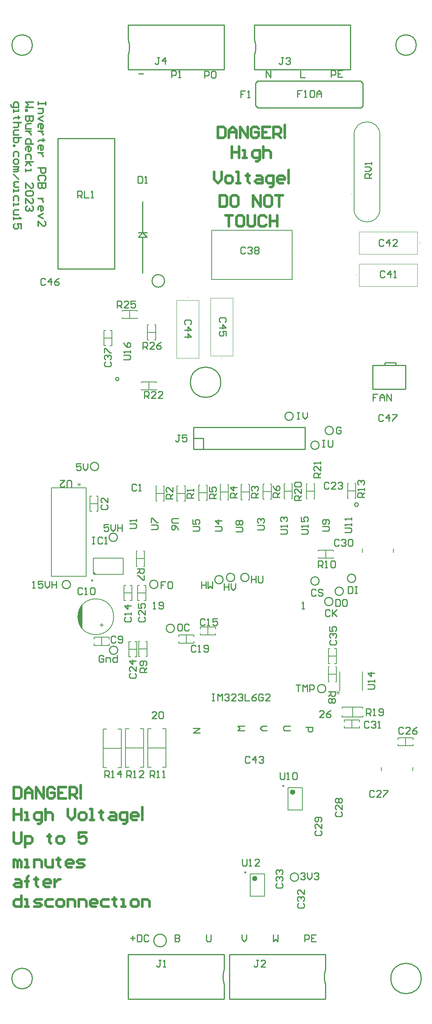
<source format=gto>
G04*
G04 #@! TF.GenerationSoftware,Altium Limited,Altium Designer,20.0.13 (296)*
G04*
G04 Layer_Color=65535*
%FSLAX44Y44*%
%MOMM*%
G71*
G01*
G75*
%ADD10C,0.2540*%
%ADD11C,0.1000*%
%ADD12C,0.2000*%
%ADD13C,0.6000*%
%ADD14C,0.2500*%
%ADD15C,0.1500*%
%ADD16C,0.1524*%
%ADD17C,0.3000*%
%ADD18C,0.0762*%
G36*
X64999Y795000D02*
X60000Y800000D01*
X55000Y815000D01*
X55000Y827499D01*
X57500Y835000D01*
X62500Y842500D01*
X65000Y847500D01*
X64999Y795000D01*
D02*
G37*
G36*
X90250Y916500D02*
X89500Y919500D01*
X91000D01*
X94000Y916500D01*
Y914500D01*
X90250Y916500D01*
D02*
G37*
G36*
X109018Y801907D02*
X112500D01*
Y800442D01*
X109018D01*
Y796960D01*
X107535D01*
Y800442D01*
X104053D01*
Y801907D01*
X107535D01*
Y805426D01*
X109018D01*
Y801907D01*
D02*
G37*
D10*
X253142Y95000D02*
G03*
X253142Y95000I-14142J0D01*
G01*
X249000Y1572000D02*
G03*
X249000Y1572000I-14000J0D01*
G01*
X595219Y1204000D02*
G03*
X595219Y1204000I-9219J0D01*
G01*
X537220Y1269000D02*
G03*
X537220Y1269000I-9219J0D01*
G01*
X549220Y237000D02*
G03*
X549220Y237000I-9219J0D01*
G01*
X101469Y1156500D02*
G03*
X101469Y1156500I-9219J0D01*
G01*
X38219Y892000D02*
G03*
X38219Y892000I-9219J0D01*
G01*
X143469Y997750D02*
G03*
X143469Y997750I-9219J0D01*
G01*
X627220Y1237000D02*
G03*
X627220Y1237000I-9219J0D01*
G01*
X438219Y908000D02*
G03*
X438219Y908000I-9219J0D01*
G01*
X406219D02*
G03*
X406219Y908000I-9219J0D01*
G01*
X380219Y903000D02*
G03*
X380219Y903000I-9219J0D01*
G01*
X610219Y659000D02*
G03*
X610219Y659000I-9219J0D01*
G01*
X144220Y745000D02*
G03*
X144220Y745000I-9219J0D01*
G01*
X271220Y794000D02*
G03*
X271220Y794000I-9219J0D01*
G01*
X234219Y892500D02*
G03*
X234219Y892500I-9219J0D01*
G01*
X683243Y1071000D02*
G03*
X683243Y1071000I-4243J0D01*
G01*
X146606Y1352000D02*
G03*
X146606Y1352000I-3606J0D01*
G01*
X824015Y10000D02*
G03*
X824015Y10000I-34015J0D01*
G01*
X813000Y2100000D02*
G03*
X813000Y2100000I-23000J0D01*
G01*
X-47000D02*
G03*
X-47000Y2100000I-23000J0D01*
G01*
Y10000D02*
G03*
X-47000Y10000I-23000J0D01*
G01*
X375015Y1345000D02*
G03*
X375015Y1345000I-34015J0D01*
G01*
X626220Y854000D02*
G03*
X626220Y854000I-9219J0D01*
G01*
X595219Y900000D02*
G03*
X595219Y900000I-9219J0D01*
G01*
X649594Y877000D02*
G03*
X649594Y877000I-9219J0D01*
G01*
X677219Y906000D02*
G03*
X677219Y906000I-9219J0D01*
G01*
X314100Y1219600D02*
X335600D01*
X336100Y1219100D01*
Y1195100D02*
Y1219100D01*
X314100Y1195100D02*
X564100D01*
Y1244100D01*
X314100D02*
X564100D01*
X314100Y1195100D02*
Y1244100D01*
X10000Y1891000D02*
X137000D01*
Y1599000D02*
Y1891000D01*
X10000Y1599000D02*
Y1891000D01*
Y1599000D02*
X137000D01*
X693000Y1964000D02*
Y2015000D01*
X688000Y2020000D02*
X693000Y2015000D01*
X453000Y2015000D02*
X458000Y2020000D01*
X453000Y1965000D02*
Y2015000D01*
Y1965000D02*
X458000Y1960000D01*
X689000D01*
X693000Y1964000D01*
X458000Y2020000D02*
X688000Y2020000D01*
X665500Y2092500D02*
Y2145000D01*
X450500D02*
X665500D01*
X453000Y2088750D02*
Y2101250D01*
X665500Y2045000D02*
Y2092500D01*
X450500Y2112500D02*
Y2145000D01*
Y2053750D02*
Y2066250D01*
Y2112500D02*
X453000Y2101250D01*
X450500Y2045000D02*
Y2053750D01*
Y2045000D02*
X665500D01*
X450500Y2077500D02*
X453000Y2088750D01*
X450500Y2066250D02*
Y2077500D01*
X382500Y2092500D02*
Y2145000D01*
X167500D02*
X382500D01*
X170000Y2088750D02*
Y2101250D01*
X382500Y2045000D02*
Y2092500D01*
X167500Y2112500D02*
Y2145000D01*
Y2053750D02*
Y2066250D01*
Y2112500D02*
X170000Y2101250D01*
X167500Y2045000D02*
Y2053750D01*
Y2045000D02*
X382500D01*
X167500Y2077500D02*
X170000Y2088750D01*
X167500Y2066250D02*
Y2077500D01*
X382500Y31500D02*
Y42750D01*
X380000Y20250D02*
X382500Y31500D01*
X167500Y64000D02*
X382500D01*
Y55250D02*
Y64000D01*
X380000Y7750D02*
X382500Y-3500D01*
Y42750D02*
Y55250D01*
Y-36000D02*
Y-3500D01*
X167500Y16500D02*
Y64000D01*
X380000Y7750D02*
Y20250D01*
X167500Y-36000D02*
X382500D01*
X167500D02*
Y16500D01*
X609500Y31500D02*
Y42750D01*
X607000Y20250D02*
X609500Y31500D01*
X394500Y64000D02*
X609500D01*
Y55250D02*
Y64000D01*
X607000Y7750D02*
X609500Y-3500D01*
Y42750D02*
Y55250D01*
Y-36000D02*
Y-3500D01*
X394500Y16500D02*
Y64000D01*
X607000Y7750D02*
Y20250D01*
X394500Y-36000D02*
X609500D01*
X394500D02*
Y16500D01*
X715000Y1330000D02*
Y1383000D01*
Y1330000D02*
X788000D01*
X789000Y1331000D01*
X715000Y1383000D02*
X789000D01*
Y1331000D02*
Y1383000D01*
X767000D02*
Y1388000D01*
X766000Y1389000D02*
X767000Y1388000D01*
X743000Y1389000D02*
X766000D01*
X742000Y1388000D02*
X743000Y1389000D01*
X742000Y1383000D02*
Y1388000D01*
X200000Y1590000D02*
Y1670000D01*
X210000D01*
X200000Y1680000D02*
X210000Y1670000D01*
X200000Y1680000D02*
X200000D01*
X190000Y1670000D02*
X200000Y1680000D01*
X190000Y1670000D02*
X200000D01*
X190000Y1680000D02*
X210000D01*
X200000D02*
Y1750000D01*
X283461Y1227617D02*
X278382D01*
X280922D01*
Y1214922D01*
X278382Y1212383D01*
X275843D01*
X273304Y1214922D01*
X298696Y1227617D02*
X288539D01*
Y1220000D01*
X293617Y1222539D01*
X296157D01*
X298696Y1220000D01*
Y1214922D01*
X296157Y1212383D01*
X291078D01*
X288539Y1214922D01*
X738843Y1270078D02*
X736304Y1272617D01*
X731226D01*
X728687Y1270078D01*
Y1259922D01*
X731226Y1257383D01*
X736304D01*
X738843Y1259922D01*
X751539Y1257383D02*
Y1272617D01*
X743922Y1265000D01*
X754078D01*
X759157Y1272617D02*
X769313D01*
Y1270078D01*
X759157Y1259922D01*
Y1257383D01*
X-18157Y1575078D02*
X-20696Y1577617D01*
X-25774D01*
X-28313Y1575078D01*
Y1564922D01*
X-25774Y1562383D01*
X-20696D01*
X-18157Y1564922D01*
X-5461Y1562383D02*
Y1577617D01*
X-13078Y1570000D01*
X-2922D01*
X12313Y1577617D02*
X7235Y1575078D01*
X2157Y1570000D01*
Y1564922D01*
X4696Y1562383D01*
X9774D01*
X12313Y1564922D01*
Y1567461D01*
X9774Y1570000D01*
X2157D01*
X562540Y92540D02*
Y107775D01*
X570158D01*
X572697Y105236D01*
Y100157D01*
X570158Y97618D01*
X562540D01*
X587932Y107775D02*
X577775D01*
Y92540D01*
X587932D01*
X577775Y100157D02*
X582853D01*
X492540Y107775D02*
Y92540D01*
X497618Y97618D01*
X502697Y92540D01*
Y107775D01*
X422540D02*
Y97618D01*
X427618Y92540D01*
X432697Y97618D01*
Y107775D01*
X342540D02*
Y95079D01*
X345079Y92540D01*
X350158D01*
X352697Y95079D01*
Y107775D01*
X272540D02*
Y92540D01*
X280158D01*
X282697Y95079D01*
Y97618D01*
X280158Y100157D01*
X272540D01*
X280158D01*
X282697Y102697D01*
Y105236D01*
X280158Y107775D01*
X272540D01*
X172540Y100157D02*
X182697D01*
X177618Y105236D02*
Y95079D01*
X187775Y107775D02*
Y92540D01*
X195393D01*
X197932Y95079D01*
Y105236D01*
X195393Y107775D01*
X187775D01*
X213167Y105236D02*
X210628Y107775D01*
X205549D01*
X203010Y105236D01*
Y95079D01*
X205549Y92540D01*
X210628D01*
X213167Y95079D01*
X622540Y2028540D02*
Y2043775D01*
X630158D01*
X632697Y2041236D01*
Y2036158D01*
X630158Y2033618D01*
X622540D01*
X647932Y2043775D02*
X637775D01*
Y2028540D01*
X647932D01*
X637775Y2036158D02*
X642853D01*
X553540Y2042775D02*
Y2027540D01*
X563697D01*
X476540D02*
Y2042775D01*
X486697Y2027540D01*
Y2042775D01*
X338540Y2026540D02*
Y2041775D01*
X346157D01*
X348697Y2039236D01*
Y2034158D01*
X346157Y2031618D01*
X338540D01*
X353775Y2039236D02*
X356314Y2041775D01*
X361393D01*
X363932Y2039236D01*
Y2029079D01*
X361393Y2026540D01*
X356314D01*
X353775Y2029079D01*
Y2039236D01*
X264540Y2027540D02*
Y2042775D01*
X272157D01*
X274697Y2040236D01*
Y2035157D01*
X272157Y2032618D01*
X264540D01*
X279775Y2027540D02*
X284853D01*
X282314D01*
Y2042775D01*
X279775Y2040236D01*
X191540Y2035540D02*
X201697D01*
X556697Y1998775D02*
X546540D01*
Y1991158D01*
X551618D01*
X546540D01*
Y1983540D01*
X561775D02*
X566853D01*
X564314D01*
Y1998775D01*
X561775Y1996236D01*
X574471D02*
X577010Y1998775D01*
X582089D01*
X584628Y1996236D01*
Y1986079D01*
X582089Y1983540D01*
X577010D01*
X574471Y1986079D01*
Y1996236D01*
X589706Y1983540D02*
Y1993697D01*
X594784Y1998775D01*
X599863Y1993697D01*
Y1983540D01*
Y1991158D01*
X589706D01*
X313040Y569960D02*
X328275D01*
X313040Y559803D01*
X328275D01*
X428275Y574960D02*
X413040D01*
X418118Y569882D01*
X413040Y564803D01*
X428275D01*
X478275Y574960D02*
X468118D01*
X463040Y569882D01*
X468118Y564803D01*
X478275D01*
X530775Y574960D02*
X518079D01*
X515540Y572421D01*
Y567342D01*
X518079Y564803D01*
X530775D01*
X565540Y572460D02*
X580775D01*
Y564842D01*
X578236Y562303D01*
X573158D01*
X570618Y564842D01*
Y572460D01*
X605697Y595040D02*
X595540D01*
X605697Y605197D01*
Y607736D01*
X603158Y610275D01*
X598079D01*
X595540Y607736D01*
X620932Y610275D02*
X615853Y607736D01*
X610775Y602658D01*
Y597579D01*
X613314Y595040D01*
X618392D01*
X620932Y597579D01*
Y600118D01*
X618392Y602658D01*
X610775D01*
X230697Y592540D02*
X220540D01*
X230697Y602697D01*
Y605236D01*
X228158Y607775D01*
X223079D01*
X220540Y605236D01*
X235775D02*
X238314Y607775D01*
X243393D01*
X245932Y605236D01*
Y595079D01*
X243393Y592540D01*
X238314D01*
X235775Y595079D01*
Y605236D01*
X223540Y837540D02*
X228618D01*
X226079D01*
Y852775D01*
X223540Y850236D01*
X236236Y840079D02*
X238775Y837540D01*
X243853D01*
X246393Y840079D01*
Y850236D01*
X243853Y852775D01*
X238775D01*
X236236Y850236D01*
Y847697D01*
X238775Y845157D01*
X246393D01*
X557040Y837540D02*
X562118D01*
X559579D01*
Y852775D01*
X557040Y850236D01*
X616382Y652696D02*
X631618D01*
Y645078D01*
X629078Y642539D01*
X624000D01*
X621461Y645078D01*
Y652696D01*
Y647617D02*
X616382Y642539D01*
X629078Y637461D02*
X631618Y634922D01*
Y629843D01*
X629078Y627304D01*
X626539D01*
X624000Y629843D01*
X621461Y627304D01*
X618922D01*
X616382Y629843D01*
Y634922D01*
X618922Y637461D01*
X621461D01*
X624000Y634922D01*
X626539Y637461D01*
X629078D01*
X624000Y634922D02*
Y629843D01*
X726537Y1318761D02*
X716380D01*
Y1311143D01*
X721458D01*
X716380D01*
Y1303526D01*
X731615D02*
Y1313683D01*
X736693Y1318761D01*
X741772Y1313683D01*
Y1303526D01*
Y1311143D01*
X731615D01*
X746850Y1303526D02*
Y1318761D01*
X757007Y1303526D01*
Y1318761D01*
X116922Y1390843D02*
X114382Y1388304D01*
Y1383226D01*
X116922Y1380687D01*
X127078D01*
X129618Y1383226D01*
Y1388304D01*
X127078Y1390843D01*
X116922Y1395922D02*
X114382Y1398461D01*
Y1403539D01*
X116922Y1406078D01*
X119461D01*
X122000Y1403539D01*
Y1401000D01*
Y1403539D01*
X124539Y1406078D01*
X127078D01*
X129618Y1403539D01*
Y1398461D01*
X127078Y1395922D01*
X114382Y1411157D02*
Y1421313D01*
X116922D01*
X127078Y1411157D01*
X129618D01*
X639845Y991086D02*
X637305Y993625D01*
X632227D01*
X629688Y991086D01*
Y980929D01*
X632227Y978390D01*
X637305D01*
X639845Y980929D01*
X644923Y991086D02*
X647462Y993625D01*
X652541D01*
X655080Y991086D01*
Y988547D01*
X652541Y986008D01*
X650001D01*
X652541D01*
X655080Y983468D01*
Y980929D01*
X652541Y978390D01*
X647462D01*
X644923Y980929D01*
X660158Y991086D02*
X662697Y993625D01*
X667776D01*
X670315Y991086D01*
Y980929D01*
X667776Y978390D01*
X662697D01*
X660158Y980929D01*
Y991086D01*
X192922Y818843D02*
X190382Y816304D01*
Y811226D01*
X192922Y808687D01*
X203078D01*
X205618Y811226D01*
Y816304D01*
X203078Y818843D01*
X205618Y834078D02*
Y823922D01*
X195461Y834078D01*
X192922D01*
X190382Y831539D01*
Y826461D01*
X192922Y823922D01*
X190382Y849313D02*
Y839157D01*
X198000D01*
X195461Y844235D01*
Y846774D01*
X198000Y849313D01*
X203078D01*
X205618Y846774D01*
Y841696D01*
X203078Y839157D01*
X616843Y1119078D02*
X614304Y1121618D01*
X609226D01*
X606687Y1119078D01*
Y1108922D01*
X609226Y1106383D01*
X614304D01*
X616843Y1108922D01*
X632078Y1106383D02*
X621922D01*
X632078Y1116539D01*
Y1119078D01*
X629539Y1121618D01*
X624461D01*
X621922Y1119078D01*
X637157D02*
X639696Y1121618D01*
X644774D01*
X647313Y1119078D01*
Y1116539D01*
X644774Y1114000D01*
X642235D01*
X644774D01*
X647313Y1111461D01*
Y1108922D01*
X644774Y1106383D01*
X639696D01*
X637157Y1108922D01*
X319113Y754078D02*
X316574Y756618D01*
X311495D01*
X308956Y754078D01*
Y743922D01*
X311495Y741383D01*
X316574D01*
X319113Y743922D01*
X324191Y741383D02*
X329270D01*
X326730D01*
Y756618D01*
X324191Y754078D01*
X336887Y743922D02*
X339426Y741383D01*
X344505D01*
X347044Y743922D01*
Y754078D01*
X344505Y756618D01*
X339426D01*
X336887Y754078D01*
Y751539D01*
X339426Y749000D01*
X347044D01*
X339113Y813078D02*
X336574Y815618D01*
X331495D01*
X328956Y813078D01*
Y802922D01*
X331495Y800383D01*
X336574D01*
X339113Y802922D01*
X344191Y800383D02*
X349270D01*
X346730D01*
Y815618D01*
X344191Y813078D01*
X367044Y815618D02*
X356887D01*
Y808000D01*
X361965Y810539D01*
X364505D01*
X367044Y808000D01*
Y802922D01*
X364505Y800383D01*
X359426D01*
X356887Y802922D01*
X161922Y819113D02*
X159382Y816574D01*
Y811495D01*
X161922Y808956D01*
X172078D01*
X174618Y811495D01*
Y816574D01*
X172078Y819113D01*
X174618Y824191D02*
Y829270D01*
Y826730D01*
X159382D01*
X161922Y824191D01*
X174618Y844505D02*
X159382D01*
X167000Y836887D01*
Y847044D01*
X186043Y1114978D02*
X183504Y1117517D01*
X178425D01*
X175886Y1114978D01*
Y1104821D01*
X178425Y1102282D01*
X183504D01*
X186043Y1104821D01*
X191121Y1102282D02*
X196199D01*
X193660D01*
Y1117517D01*
X191121Y1114978D01*
X157382Y1395956D02*
X170078D01*
X172617Y1398495D01*
Y1403574D01*
X170078Y1406113D01*
X157382D01*
X172617Y1411191D02*
Y1416270D01*
Y1413730D01*
X157382D01*
X159922Y1411191D01*
X157382Y1434044D02*
X159922Y1428965D01*
X165000Y1423887D01*
X170078D01*
X172617Y1426426D01*
Y1431505D01*
X170078Y1434044D01*
X167539D01*
X165000Y1431505D01*
Y1423887D01*
X555394Y1005457D02*
X568090D01*
X570629Y1007996D01*
Y1013075D01*
X568090Y1015614D01*
X555394D01*
X570629Y1020692D02*
Y1025770D01*
Y1023231D01*
X555394D01*
X557933Y1020692D01*
X555394Y1043545D02*
Y1033388D01*
X563011D01*
X560472Y1038466D01*
Y1041005D01*
X563011Y1043545D01*
X568090D01*
X570629Y1041005D01*
Y1035927D01*
X568090Y1033388D01*
X704382Y657956D02*
X717078D01*
X719617Y660495D01*
Y665574D01*
X717078Y668113D01*
X704382D01*
X719617Y673191D02*
Y678270D01*
Y675730D01*
X704382D01*
X706922Y673191D01*
X719617Y693505D02*
X704382D01*
X712000Y685887D01*
Y696044D01*
X509099Y1005719D02*
X521795D01*
X524334Y1008258D01*
Y1013336D01*
X521795Y1015875D01*
X509099D01*
X524334Y1020954D02*
Y1026032D01*
Y1023493D01*
X509099D01*
X511638Y1020954D01*
Y1033650D02*
X509099Y1036189D01*
Y1041267D01*
X511638Y1043806D01*
X514178D01*
X516717Y1041267D01*
Y1038728D01*
Y1041267D01*
X519256Y1043806D01*
X521795D01*
X524334Y1041267D01*
Y1036189D01*
X521795Y1033650D01*
X423091Y277542D02*
Y264846D01*
X425630Y262307D01*
X430709D01*
X433248Y264846D01*
Y277542D01*
X438326Y262307D02*
X443404D01*
X440865D01*
Y277542D01*
X438326Y275003D01*
X461179Y262307D02*
X451022D01*
X461179Y272464D01*
Y275003D01*
X458639Y277542D01*
X453561D01*
X451022Y275003D01*
X652382Y1008495D02*
X665078D01*
X667617Y1011034D01*
Y1016113D01*
X665078Y1018652D01*
X652382D01*
X667617Y1023730D02*
Y1028809D01*
Y1026270D01*
X652382D01*
X654922Y1023730D01*
X667617Y1036426D02*
Y1041505D01*
Y1038966D01*
X652382D01*
X654922Y1036426D01*
X508091Y470970D02*
Y458274D01*
X510630Y455734D01*
X515709D01*
X518248Y458274D01*
Y470970D01*
X523326Y455734D02*
X528404D01*
X525865D01*
Y470970D01*
X523326Y468430D01*
X536022D02*
X538561Y470970D01*
X543639D01*
X546179Y468430D01*
Y458274D01*
X543639Y455734D01*
X538561D01*
X536022Y458274D01*
Y468430D01*
X602382Y1012304D02*
X615078D01*
X617617Y1014843D01*
Y1019922D01*
X615078Y1022461D01*
X602382D01*
X615078Y1027539D02*
X617617Y1030078D01*
Y1035157D01*
X615078Y1037696D01*
X604922D01*
X602382Y1035157D01*
Y1030078D01*
X604922Y1027539D01*
X607461D01*
X610000Y1030078D01*
Y1037696D01*
X408565Y1010805D02*
X421260D01*
X423800Y1013344D01*
Y1018422D01*
X421260Y1020962D01*
X408565D01*
X411104Y1026040D02*
X408565Y1028579D01*
Y1033658D01*
X411104Y1036197D01*
X413643D01*
X416182Y1033658D01*
X418721Y1036197D01*
X421260D01*
X423800Y1033658D01*
Y1028579D01*
X421260Y1026040D01*
X418721D01*
X416182Y1028579D01*
X413643Y1026040D01*
X411104D01*
X416182Y1028579D02*
Y1033658D01*
X219111Y1015804D02*
X231807D01*
X234347Y1018343D01*
Y1023422D01*
X231807Y1025961D01*
X219111D01*
Y1031039D02*
Y1041196D01*
X221651D01*
X231807Y1031039D01*
X234347D01*
X280118Y1040196D02*
X267422D01*
X264883Y1037657D01*
Y1032578D01*
X267422Y1030039D01*
X280118D01*
Y1014804D02*
X277578Y1019882D01*
X272500Y1024961D01*
X267422D01*
X264883Y1022422D01*
Y1017343D01*
X267422Y1014804D01*
X269961D01*
X272500Y1017343D01*
Y1024961D01*
X312019Y1011805D02*
X324715D01*
X327254Y1014344D01*
Y1019423D01*
X324715Y1021962D01*
X312019D01*
Y1037197D02*
Y1027040D01*
X319637D01*
X317098Y1032118D01*
Y1034658D01*
X319637Y1037197D01*
X324715D01*
X327254Y1034658D01*
Y1029579D01*
X324715Y1027040D01*
X362382Y1012304D02*
X375078D01*
X377617Y1014843D01*
Y1019922D01*
X375078Y1022461D01*
X362382D01*
X377617Y1035157D02*
X362382D01*
X370000Y1027539D01*
Y1037696D01*
X457383Y1014804D02*
X470078D01*
X472617Y1017343D01*
Y1022422D01*
X470078Y1024961D01*
X457383D01*
X459922Y1030039D02*
X457383Y1032578D01*
Y1037657D01*
X459922Y1040196D01*
X462461D01*
X465000Y1037657D01*
Y1035117D01*
Y1037657D01*
X467539Y1040196D01*
X470078D01*
X472617Y1037657D01*
Y1032578D01*
X470078Y1030039D01*
X40196Y1110132D02*
Y1122828D01*
X37657Y1125368D01*
X32578D01*
X30039Y1122828D01*
Y1110132D01*
X14804Y1125368D02*
X24961D01*
X14804Y1115211D01*
Y1112672D01*
X17343Y1110132D01*
X22422D01*
X24961Y1112672D01*
X170882Y1018343D02*
X183578D01*
X186118Y1020882D01*
Y1025961D01*
X183578Y1028500D01*
X170882D01*
X186118Y1033578D02*
Y1038657D01*
Y1036118D01*
X170882D01*
X173422Y1033578D01*
X619279Y833433D02*
X616740Y835972D01*
X611661D01*
X609122Y833433D01*
Y823276D01*
X611661Y820737D01*
X616740D01*
X619279Y823276D01*
X624357Y835972D02*
Y820737D01*
Y825816D01*
X634514Y835972D01*
X626896Y828355D01*
X634514Y820737D01*
X660129Y887972D02*
Y872737D01*
X667747D01*
X670286Y875276D01*
Y885433D01*
X667747Y887972D01*
X660129D01*
X675364D02*
X680443D01*
X677903D01*
Y872737D01*
X675364D01*
X680443D01*
X588209Y879433D02*
X585670Y881972D01*
X580592D01*
X578052Y879433D01*
Y869276D01*
X580592Y866737D01*
X585670D01*
X588209Y869276D01*
X603444Y879433D02*
X600905Y881972D01*
X595827D01*
X593288Y879433D01*
Y876894D01*
X595827Y874355D01*
X600905D01*
X603444Y871815D01*
Y869276D01*
X600905Y866737D01*
X595827D01*
X593288Y869276D01*
X543687Y667617D02*
X553843D01*
X548765D01*
Y652383D01*
X558922D02*
Y667617D01*
X564000Y662539D01*
X569078Y667617D01*
Y652383D01*
X574157D02*
Y667617D01*
X581774D01*
X584313Y665078D01*
Y660000D01*
X581774Y657461D01*
X574157D01*
X545574Y1277617D02*
X550652D01*
X548113D01*
Y1262383D01*
X545574D01*
X550652D01*
X558270Y1277617D02*
Y1267461D01*
X563348Y1262383D01*
X568426Y1267461D01*
Y1277617D01*
X553687Y244078D02*
X556226Y246618D01*
X561304D01*
X563843Y244078D01*
Y241539D01*
X561304Y239000D01*
X558765D01*
X561304D01*
X563843Y236461D01*
Y233922D01*
X561304Y231383D01*
X556226D01*
X553687Y233922D01*
X568922Y246618D02*
Y236461D01*
X574000Y231383D01*
X579078Y236461D01*
Y246618D01*
X584157Y244078D02*
X586696Y246618D01*
X591774D01*
X594314Y244078D01*
Y241539D01*
X591774Y239000D01*
X589235D01*
X591774D01*
X594314Y236461D01*
Y233922D01*
X591774Y231383D01*
X586696D01*
X584157Y233922D01*
X602574Y1215618D02*
X607652D01*
X605113D01*
Y1200383D01*
X602574D01*
X607652D01*
X615270Y1215618D02*
Y1202922D01*
X617809Y1200383D01*
X622887D01*
X625426Y1202922D01*
Y1215618D01*
X644078Y1242828D02*
X641539Y1245368D01*
X636461D01*
X633922Y1242828D01*
Y1232672D01*
X636461Y1230133D01*
X641539D01*
X644078Y1232672D01*
Y1237750D01*
X639000D01*
X632478Y858972D02*
Y843737D01*
X640095D01*
X642635Y846276D01*
Y856433D01*
X640095Y858972D01*
X632478D01*
X655331D02*
X650252D01*
X647713Y856433D01*
Y846276D01*
X650252Y843737D01*
X655331D01*
X657870Y846276D01*
Y856433D01*
X655331Y858972D01*
X123843Y1026618D02*
X113687D01*
Y1019000D01*
X118765Y1021539D01*
X121304D01*
X123843Y1019000D01*
Y1013922D01*
X121304Y1011383D01*
X116226D01*
X113687Y1013922D01*
X128922Y1026618D02*
Y1016461D01*
X134000Y1011383D01*
X139078Y1016461D01*
Y1026618D01*
X144157D02*
Y1011383D01*
Y1019000D01*
X154313D01*
Y1026618D01*
Y1011383D01*
X112843Y731078D02*
X110304Y733617D01*
X105226D01*
X102687Y731078D01*
Y720922D01*
X105226Y718382D01*
X110304D01*
X112843Y720922D01*
Y726000D01*
X107765D01*
X117922Y718382D02*
Y728539D01*
X125539D01*
X128078Y726000D01*
Y718382D01*
X143314Y733617D02*
Y718382D01*
X135696D01*
X133157Y720922D01*
Y726000D01*
X135696Y728539D01*
X143314D01*
X285922Y803617D02*
X280843D01*
X278304Y801078D01*
Y790922D01*
X280843Y788382D01*
X285922D01*
X288461Y790922D01*
Y801078D01*
X285922Y803617D01*
X303696Y801078D02*
X301157Y803617D01*
X296078D01*
X293539Y801078D01*
Y790922D01*
X296078Y788382D01*
X301157D01*
X303696Y790922D01*
X-46411Y884382D02*
X-41333D01*
X-43872D01*
Y899617D01*
X-46411Y897078D01*
X-23559Y899617D02*
X-33716D01*
Y892000D01*
X-28637Y894539D01*
X-26098D01*
X-23559Y892000D01*
Y886922D01*
X-26098Y884382D01*
X-31176D01*
X-33716Y886922D01*
X-18480Y899617D02*
Y889461D01*
X-13402Y884382D01*
X-8324Y889461D01*
Y899617D01*
X-3245D02*
Y884382D01*
Y892000D01*
X6911D01*
Y899617D01*
Y884382D01*
X331304Y898617D02*
Y883382D01*
Y891000D01*
X341461D01*
Y898617D01*
Y883382D01*
X346539Y898617D02*
Y883382D01*
X351618Y888461D01*
X356696Y883382D01*
Y898617D01*
X382304Y894617D02*
Y879382D01*
Y887000D01*
X392461D01*
Y894617D01*
Y879382D01*
X397539Y894617D02*
Y884461D01*
X402617Y879382D01*
X407696Y884461D01*
Y894617D01*
X443304Y911618D02*
Y896383D01*
Y904000D01*
X453461D01*
Y911618D01*
Y896383D01*
X458539Y911618D02*
Y898922D01*
X461078Y896383D01*
X466157D01*
X468696Y898922D01*
Y911618D01*
X251461Y898617D02*
X241304D01*
Y891000D01*
X246383D01*
X241304D01*
Y883382D01*
X264157Y898617D02*
X259078D01*
X256539Y896078D01*
Y885922D01*
X259078Y883382D01*
X264157D01*
X266696Y885922D01*
Y896078D01*
X264157Y898617D01*
X61711Y1163118D02*
X51554D01*
Y1155500D01*
X56632Y1158039D01*
X59172D01*
X61711Y1155500D01*
Y1150422D01*
X59172Y1147883D01*
X54093D01*
X51554Y1150422D01*
X66789Y1163118D02*
Y1152961D01*
X71867Y1147883D01*
X76946Y1152961D01*
Y1163118D01*
X712617Y1802226D02*
X697383D01*
Y1809843D01*
X699922Y1812383D01*
X705000D01*
X707539Y1809843D01*
Y1802226D01*
Y1807304D02*
X712617Y1812383D01*
X697383Y1817461D02*
X707539D01*
X712617Y1822539D01*
X707539Y1827618D01*
X697383D01*
X712617Y1832696D02*
Y1837774D01*
Y1835235D01*
X697383D01*
X699922Y1832696D01*
X54226Y1758383D02*
Y1773618D01*
X61843D01*
X64383Y1771078D01*
Y1766000D01*
X61843Y1763461D01*
X54226D01*
X59304D02*
X64383Y1758383D01*
X69461Y1773618D02*
Y1758383D01*
X79618D01*
X84696D02*
X89774D01*
X87235D01*
Y1773618D01*
X84696Y1771078D01*
X200687Y1419382D02*
Y1434617D01*
X208304D01*
X210843Y1432078D01*
Y1427000D01*
X208304Y1424461D01*
X200687D01*
X205765D02*
X210843Y1419382D01*
X226078D02*
X215922D01*
X226078Y1429539D01*
Y1432078D01*
X223539Y1434617D01*
X218461D01*
X215922Y1432078D01*
X241313Y1434617D02*
X236235Y1432078D01*
X231157Y1427000D01*
Y1421922D01*
X233696Y1419382D01*
X238774D01*
X241313Y1421922D01*
Y1424461D01*
X238774Y1427000D01*
X231157D01*
X142687Y1511382D02*
Y1526617D01*
X150304D01*
X152843Y1524078D01*
Y1519000D01*
X150304Y1516461D01*
X142687D01*
X147765D02*
X152843Y1511382D01*
X168078D02*
X157922D01*
X168078Y1521539D01*
Y1524078D01*
X165539Y1526617D01*
X160461D01*
X157922Y1524078D01*
X183314Y1526617D02*
X173157D01*
Y1519000D01*
X178235Y1521539D01*
X180774D01*
X183314Y1519000D01*
Y1513922D01*
X180774Y1511382D01*
X175696D01*
X173157Y1513922D01*
X203687Y1309382D02*
Y1324617D01*
X211304D01*
X213843Y1322078D01*
Y1317000D01*
X211304Y1314461D01*
X203687D01*
X208765D02*
X213843Y1309382D01*
X229078D02*
X218922D01*
X229078Y1319539D01*
Y1322078D01*
X226539Y1324617D01*
X221461D01*
X218922Y1322078D01*
X244314Y1309382D02*
X234157D01*
X244314Y1319539D01*
Y1322078D01*
X241774Y1324617D01*
X236696D01*
X234157Y1322078D01*
X598618Y1131226D02*
X583382D01*
Y1138843D01*
X585922Y1141383D01*
X591000D01*
X593539Y1138843D01*
Y1131226D01*
Y1136304D02*
X598618Y1141383D01*
Y1156618D02*
Y1146461D01*
X588461Y1156618D01*
X585922D01*
X583382Y1154078D01*
Y1149000D01*
X585922Y1146461D01*
X598618Y1161696D02*
Y1166774D01*
Y1164235D01*
X583382D01*
X585922Y1161696D01*
X555617Y1080687D02*
X540382D01*
Y1088304D01*
X542922Y1090843D01*
X548000D01*
X550539Y1088304D01*
Y1080687D01*
Y1085765D02*
X555617Y1090843D01*
Y1106078D02*
Y1095922D01*
X545461Y1106078D01*
X542922D01*
X540382Y1103539D01*
Y1098461D01*
X542922Y1095922D01*
Y1111157D02*
X540382Y1113696D01*
Y1118774D01*
X542922Y1121313D01*
X553078D01*
X555617Y1118774D01*
Y1113696D01*
X553078Y1111157D01*
X542922D01*
X700956Y599383D02*
Y614618D01*
X708574D01*
X711113Y612078D01*
Y607000D01*
X708574Y604461D01*
X700956D01*
X706034D02*
X711113Y599383D01*
X716191D02*
X721270D01*
X718730D01*
Y614618D01*
X716191Y612078D01*
X728887Y601922D02*
X731426Y599383D01*
X736505D01*
X739044Y601922D01*
Y612078D01*
X736505Y614618D01*
X731426D01*
X728887Y612078D01*
Y609539D01*
X731426Y607000D01*
X739044D01*
X114956Y460382D02*
Y475617D01*
X122574D01*
X125113Y473078D01*
Y468000D01*
X122574Y465461D01*
X114956D01*
X120035D02*
X125113Y460382D01*
X130191D02*
X135270D01*
X132730D01*
Y475617D01*
X130191Y473078D01*
X150505Y460382D02*
Y475617D01*
X142887Y468000D01*
X153044D01*
X696868Y1087206D02*
X681633D01*
Y1094824D01*
X684172Y1097363D01*
X689250D01*
X691789Y1094824D01*
Y1087206D01*
Y1092284D02*
X696868Y1097363D01*
Y1102441D02*
Y1107520D01*
Y1104980D01*
X681633D01*
X684172Y1102441D01*
Y1115137D02*
X681633Y1117676D01*
Y1122755D01*
X684172Y1125294D01*
X686711D01*
X689250Y1122755D01*
Y1120216D01*
Y1122755D01*
X691789Y1125294D01*
X694328D01*
X696868Y1122755D01*
Y1117676D01*
X694328Y1115137D01*
X163956Y460382D02*
Y475617D01*
X171574D01*
X174113Y473078D01*
Y468000D01*
X171574Y465461D01*
X163956D01*
X169035D02*
X174113Y460382D01*
X179191D02*
X184270D01*
X181730D01*
Y475617D01*
X179191Y473078D01*
X202044Y460382D02*
X191887D01*
X202044Y470539D01*
Y473078D01*
X199505Y475617D01*
X194426D01*
X191887Y473078D01*
X216495Y460382D02*
Y475617D01*
X224113D01*
X226652Y473078D01*
Y468000D01*
X224113Y465461D01*
X216495D01*
X221574D02*
X226652Y460382D01*
X231730D02*
X236809D01*
X234270D01*
Y475617D01*
X231730Y473078D01*
X244426Y460382D02*
X249505D01*
X246966D01*
Y475617D01*
X244426Y473078D01*
X593456Y929883D02*
Y945117D01*
X601074D01*
X603613Y942578D01*
Y937500D01*
X601074Y934961D01*
X593456D01*
X598535D02*
X603613Y929883D01*
X608691D02*
X613770D01*
X611230D01*
Y945117D01*
X608691Y942578D01*
X621387D02*
X623926Y945117D01*
X629005D01*
X631544Y942578D01*
Y932422D01*
X629005Y929883D01*
X623926D01*
X621387Y932422D01*
Y942578D01*
X208617Y695304D02*
X193382D01*
Y702922D01*
X195922Y705461D01*
X201000D01*
X203539Y702922D01*
Y695304D01*
Y700382D02*
X208617Y705461D01*
X206078Y710539D02*
X208617Y713078D01*
Y718157D01*
X206078Y720696D01*
X195922D01*
X193382Y718157D01*
Y713078D01*
X195922Y710539D01*
X198461D01*
X201000Y713078D01*
Y720696D01*
X187383Y927696D02*
X202617D01*
Y920078D01*
X200078Y917539D01*
X195000D01*
X192461Y920078D01*
Y927696D01*
Y922618D02*
X187383Y917539D01*
X202617Y912461D02*
Y902304D01*
X200078D01*
X189922Y912461D01*
X187383D01*
X506618Y1087304D02*
X491382D01*
Y1094922D01*
X493922Y1097461D01*
X499000D01*
X501539Y1094922D01*
Y1087304D01*
Y1092382D02*
X506618Y1097461D01*
X491382Y1112696D02*
X493922Y1107617D01*
X499000Y1102539D01*
X504078D01*
X506618Y1105078D01*
Y1110157D01*
X504078Y1112696D01*
X501539D01*
X499000Y1110157D01*
Y1102539D01*
X364618Y1085304D02*
X349382D01*
Y1092922D01*
X351922Y1095461D01*
X357000D01*
X359539Y1092922D01*
Y1085304D01*
Y1090382D02*
X364618Y1095461D01*
X349382Y1110696D02*
Y1100539D01*
X357000D01*
X354461Y1105618D01*
Y1108157D01*
X357000Y1110696D01*
X362078D01*
X364618Y1108157D01*
Y1103078D01*
X362078Y1100539D01*
X411618Y1086304D02*
X396382D01*
Y1093922D01*
X398922Y1096461D01*
X404000D01*
X406539Y1093922D01*
Y1086304D01*
Y1091383D02*
X411618Y1096461D01*
Y1109157D02*
X396382D01*
X404000Y1101539D01*
Y1111696D01*
X458618Y1086304D02*
X443382D01*
Y1093922D01*
X445922Y1096461D01*
X451000D01*
X453539Y1093922D01*
Y1086304D01*
Y1091383D02*
X458618Y1096461D01*
X445922Y1101539D02*
X443382Y1104078D01*
Y1109157D01*
X445922Y1111696D01*
X448461D01*
X451000Y1109157D01*
Y1106618D01*
Y1109157D01*
X453539Y1111696D01*
X456078D01*
X458618Y1109157D01*
Y1104078D01*
X456078Y1101539D01*
X267617Y1084304D02*
X252383D01*
Y1091922D01*
X254922Y1094461D01*
X260000D01*
X262539Y1091922D01*
Y1084304D01*
Y1089382D02*
X267617Y1094461D01*
Y1109696D02*
Y1099539D01*
X257461Y1109696D01*
X254922D01*
X252383Y1107157D01*
Y1102078D01*
X254922Y1099539D01*
X313617Y1085843D02*
X298382D01*
Y1093461D01*
X300922Y1096000D01*
X306000D01*
X308539Y1093461D01*
Y1085843D01*
Y1090922D02*
X313617Y1096000D01*
Y1101078D02*
Y1106157D01*
Y1103617D01*
X298382D01*
X300922Y1101078D01*
X237461Y2072617D02*
X232383D01*
X234922D01*
Y2059922D01*
X232383Y2057382D01*
X229843D01*
X227304Y2059922D01*
X250157Y2057382D02*
Y2072617D01*
X242539Y2065000D01*
X252696D01*
X515461Y2072617D02*
X510382D01*
X512922D01*
Y2059922D01*
X510382Y2057382D01*
X507843D01*
X505304Y2059922D01*
X520539Y2070078D02*
X523078Y2072617D01*
X528157D01*
X530696Y2070078D01*
Y2067539D01*
X528157Y2065000D01*
X525617D01*
X528157D01*
X530696Y2062461D01*
Y2059922D01*
X528157Y2057382D01*
X523078D01*
X520539Y2059922D01*
X459461Y51617D02*
X454383D01*
X456922D01*
Y38922D01*
X454383Y36383D01*
X451843D01*
X449304Y38922D01*
X474696Y36383D02*
X464539D01*
X474696Y46539D01*
Y49078D01*
X472157Y51617D01*
X467078D01*
X464539Y49078D01*
X241273Y51617D02*
X236194D01*
X238734D01*
Y38922D01*
X236194Y36383D01*
X233655D01*
X231116Y38922D01*
X246351Y36383D02*
X251429D01*
X248890D01*
Y51617D01*
X246351Y49078D01*
X355251Y647617D02*
X360329D01*
X357790D01*
Y632383D01*
X355251D01*
X360329D01*
X367947D02*
Y647617D01*
X373025Y642539D01*
X378104Y647617D01*
Y632383D01*
X383182Y645078D02*
X385721Y647617D01*
X390799D01*
X393339Y645078D01*
Y642539D01*
X390799Y640000D01*
X388260D01*
X390799D01*
X393339Y637461D01*
Y634922D01*
X390799Y632383D01*
X385721D01*
X383182Y634922D01*
X408574Y632383D02*
X398417D01*
X408574Y642539D01*
Y645078D01*
X406035Y647617D01*
X400956D01*
X398417Y645078D01*
X413652D02*
X416191Y647617D01*
X421270D01*
X423809Y645078D01*
Y642539D01*
X421270Y640000D01*
X418730D01*
X421270D01*
X423809Y637461D01*
Y634922D01*
X421270Y632383D01*
X416191D01*
X413652Y634922D01*
X428887Y647617D02*
Y632383D01*
X439044D01*
X454279Y647617D02*
X449201Y645078D01*
X444122Y640000D01*
Y634922D01*
X446661Y632383D01*
X451740D01*
X454279Y634922D01*
Y637461D01*
X451740Y640000D01*
X444122D01*
X469514Y645078D02*
X466975Y647617D01*
X461897D01*
X459357Y645078D01*
Y634922D01*
X461897Y632383D01*
X466975D01*
X469514Y634922D01*
Y640000D01*
X464436D01*
X484749Y632383D02*
X474592D01*
X484749Y642539D01*
Y645078D01*
X482210Y647617D01*
X477132D01*
X474592Y645078D01*
X87066Y998593D02*
X92144D01*
X89605D01*
Y983358D01*
X87066D01*
X92144D01*
X109919Y996054D02*
X107379Y998593D01*
X102301D01*
X99762Y996054D01*
Y985897D01*
X102301Y983358D01*
X107379D01*
X109919Y985897D01*
X114997Y983358D02*
X120075D01*
X117536D01*
Y998593D01*
X114997Y996054D01*
X430000Y1997617D02*
X419843D01*
Y1990000D01*
X424922D01*
X419843D01*
Y1982382D01*
X435078D02*
X440157D01*
X437618D01*
Y1997617D01*
X435078Y1995078D01*
X189205Y1806088D02*
Y1790853D01*
X196822D01*
X199362Y1793392D01*
Y1803549D01*
X196822Y1806088D01*
X189205D01*
X204440Y1790853D02*
X209518D01*
X206979D01*
Y1806088D01*
X204440Y1803549D01*
X383851Y1479157D02*
X386390Y1481696D01*
Y1486774D01*
X383851Y1489313D01*
X373694D01*
X371155Y1486774D01*
Y1481696D01*
X373694Y1479157D01*
X371155Y1466461D02*
X386390D01*
X378773Y1474078D01*
Y1463922D01*
X386390Y1448687D02*
Y1458843D01*
X378773D01*
X381312Y1453765D01*
Y1451226D01*
X378773Y1448687D01*
X373694D01*
X371155Y1451226D01*
Y1456304D01*
X373694Y1458843D01*
X306078Y1474157D02*
X308617Y1476696D01*
Y1481774D01*
X306078Y1484313D01*
X295922D01*
X293382Y1481774D01*
Y1476696D01*
X295922Y1474157D01*
X293382Y1461461D02*
X308617D01*
X301000Y1469078D01*
Y1458922D01*
X293382Y1446226D02*
X308617D01*
X301000Y1453843D01*
Y1443687D01*
X439843Y505078D02*
X437304Y507617D01*
X432226D01*
X429687Y505078D01*
Y494922D01*
X432226Y492383D01*
X437304D01*
X439843Y494922D01*
X452539Y492383D02*
Y507617D01*
X444922Y500000D01*
X455078D01*
X460157Y505078D02*
X462696Y507617D01*
X467774D01*
X470313Y505078D01*
Y502539D01*
X467774Y500000D01*
X465235D01*
X467774D01*
X470313Y497461D01*
Y494922D01*
X467774Y492383D01*
X462696D01*
X460157Y494922D01*
X739843Y1662056D02*
X737304Y1664595D01*
X732226D01*
X729687Y1662056D01*
Y1651899D01*
X732226Y1649360D01*
X737304D01*
X739843Y1651899D01*
X752539Y1649360D02*
Y1664595D01*
X744922Y1656978D01*
X755078D01*
X770313Y1649360D02*
X760157D01*
X770313Y1659517D01*
Y1662056D01*
X767774Y1664595D01*
X762696D01*
X760157Y1662056D01*
X742383Y1592056D02*
X739843Y1594595D01*
X734765D01*
X732226Y1592056D01*
Y1581899D01*
X734765Y1579360D01*
X739843D01*
X742383Y1581899D01*
X755078Y1579360D02*
Y1594595D01*
X747461Y1586978D01*
X757618D01*
X762696Y1579360D02*
X767774D01*
X765235D01*
Y1594595D01*
X762696Y1592056D01*
X429843Y1645078D02*
X427304Y1647617D01*
X422226D01*
X419687Y1645078D01*
Y1634922D01*
X422226Y1632383D01*
X427304D01*
X429843Y1634922D01*
X434922Y1645078D02*
X437461Y1647617D01*
X442539D01*
X445078Y1645078D01*
Y1642539D01*
X442539Y1640000D01*
X440000D01*
X442539D01*
X445078Y1637461D01*
Y1634922D01*
X442539Y1632383D01*
X437461D01*
X434922Y1634922D01*
X450157Y1645078D02*
X452696Y1647617D01*
X457774D01*
X460313Y1645078D01*
Y1642539D01*
X457774Y1640000D01*
X460313Y1637461D01*
Y1634922D01*
X457774Y1632383D01*
X452696D01*
X450157Y1634922D01*
Y1637461D01*
X452696Y1640000D01*
X450157Y1642539D01*
Y1645078D01*
X452696Y1640000D02*
X457774D01*
X620922Y767843D02*
X618382Y765304D01*
Y760226D01*
X620922Y757687D01*
X631078D01*
X633618Y760226D01*
Y765304D01*
X631078Y767843D01*
X620922Y772922D02*
X618382Y775461D01*
Y780539D01*
X620922Y783078D01*
X623461D01*
X626000Y780539D01*
Y778000D01*
Y780539D01*
X628539Y783078D01*
X631078D01*
X633618Y780539D01*
Y775461D01*
X631078Y772922D01*
X618382Y798313D02*
Y788157D01*
X626000D01*
X623461Y793235D01*
Y795774D01*
X626000Y798313D01*
X631078D01*
X633618Y795774D01*
Y790696D01*
X631078Y788157D01*
X500922Y222843D02*
X498382Y220304D01*
Y215226D01*
X500922Y212687D01*
X511078D01*
X513618Y215226D01*
Y220304D01*
X511078Y222843D01*
X500922Y227922D02*
X498382Y230461D01*
Y235539D01*
X500922Y238078D01*
X503461D01*
X506000Y235539D01*
Y233000D01*
Y235539D01*
X508539Y238078D01*
X511078D01*
X513618Y235539D01*
Y230461D01*
X511078Y227922D01*
X500922Y243157D02*
X498382Y245696D01*
Y250774D01*
X500922Y253313D01*
X503461D01*
X506000Y250774D01*
Y248235D01*
Y250774D01*
X508539Y253313D01*
X511078D01*
X513618Y250774D01*
Y245696D01*
X511078Y243157D01*
X548922Y177843D02*
X546382Y175304D01*
Y170226D01*
X548922Y167687D01*
X559078D01*
X561618Y170226D01*
Y175304D01*
X559078Y177843D01*
X548922Y182922D02*
X546382Y185461D01*
Y190539D01*
X548922Y193078D01*
X551461D01*
X554000Y190539D01*
Y188000D01*
Y190539D01*
X556539Y193078D01*
X559078D01*
X561618Y190539D01*
Y185461D01*
X559078Y182922D01*
X561618Y208314D02*
Y198157D01*
X551461Y208314D01*
X548922D01*
X546382Y205774D01*
Y200696D01*
X548922Y198157D01*
X706383Y584078D02*
X703843Y586618D01*
X698765D01*
X696226Y584078D01*
Y573922D01*
X698765Y571382D01*
X703843D01*
X706383Y573922D01*
X711461Y584078D02*
X714000Y586618D01*
X719078D01*
X721618Y584078D01*
Y581539D01*
X719078Y579000D01*
X716539D01*
X719078D01*
X721618Y576461D01*
Y573922D01*
X719078Y571382D01*
X714000D01*
X711461Y573922D01*
X726696Y571382D02*
X731774D01*
X729235D01*
Y586618D01*
X726696Y584078D01*
X587922Y340843D02*
X585382Y338304D01*
Y333226D01*
X587922Y330687D01*
X598078D01*
X600617Y333226D01*
Y338304D01*
X598078Y340843D01*
X600617Y356078D02*
Y345922D01*
X590461Y356078D01*
X587922D01*
X585382Y353539D01*
Y348461D01*
X587922Y345922D01*
X598078Y361157D02*
X600617Y363696D01*
Y368774D01*
X598078Y371314D01*
X587922D01*
X585382Y368774D01*
Y363696D01*
X587922Y361157D01*
X590461D01*
X593000Y363696D01*
Y371314D01*
X633922Y382843D02*
X631382Y380304D01*
Y375226D01*
X633922Y372687D01*
X644078D01*
X646618Y375226D01*
Y380304D01*
X644078Y382843D01*
X646618Y398078D02*
Y387922D01*
X636461Y398078D01*
X633922D01*
X631382Y395539D01*
Y390461D01*
X633922Y387922D01*
Y403157D02*
X631382Y405696D01*
Y410774D01*
X633922Y413313D01*
X636461D01*
X639000Y410774D01*
X641539Y413313D01*
X644078D01*
X646618Y410774D01*
Y405696D01*
X644078Y403157D01*
X641539D01*
X639000Y405696D01*
X636461Y403157D01*
X633922D01*
X639000Y405696D02*
Y410774D01*
X718843Y429078D02*
X716304Y431618D01*
X711226D01*
X708687Y429078D01*
Y418922D01*
X711226Y416382D01*
X716304D01*
X718843Y418922D01*
X734078Y416382D02*
X723922D01*
X734078Y426539D01*
Y429078D01*
X731539Y431618D01*
X726461D01*
X723922Y429078D01*
X739157Y431618D02*
X749313D01*
Y429078D01*
X739157Y418922D01*
Y416382D01*
X784001Y570048D02*
X781461Y572587D01*
X776383D01*
X773844Y570048D01*
Y559891D01*
X776383Y557352D01*
X781461D01*
X784001Y559891D01*
X799236Y557352D02*
X789079D01*
X799236Y567509D01*
Y570048D01*
X796697Y572587D01*
X791618D01*
X789079Y570048D01*
X814471Y572587D02*
X809392Y570048D01*
X804314Y564969D01*
Y559891D01*
X806853Y557352D01*
X811932D01*
X814471Y559891D01*
Y562430D01*
X811932Y564969D01*
X804314D01*
X172922Y692843D02*
X170382Y690304D01*
Y685226D01*
X172922Y682687D01*
X183078D01*
X185618Y685226D01*
Y690304D01*
X183078Y692843D01*
X185618Y708078D02*
Y697922D01*
X175461Y708078D01*
X172922D01*
X170382Y705539D01*
Y700461D01*
X172922Y697922D01*
X185618Y720774D02*
X170382D01*
X178000Y713157D01*
Y723313D01*
X65375Y882644D02*
X62835Y885183D01*
X57757D01*
X55218Y882644D01*
Y872487D01*
X57757Y869948D01*
X62835D01*
X65375Y872487D01*
X70453Y869948D02*
X75531D01*
X72992D01*
Y885183D01*
X70453Y882644D01*
X83149D02*
X85688Y885183D01*
X90766D01*
X93306Y882644D01*
Y872487D01*
X90766Y869948D01*
X85688D01*
X83149Y872487D01*
Y882644D01*
X139461Y774078D02*
X136922Y776618D01*
X131843D01*
X129304Y774078D01*
Y763922D01*
X131843Y761383D01*
X136922D01*
X139461Y763922D01*
X144539D02*
X147078Y761383D01*
X152157D01*
X154696Y763922D01*
Y774078D01*
X152157Y776618D01*
X147078D01*
X144539Y774078D01*
Y771539D01*
X147078Y769000D01*
X154696D01*
X108672Y1070711D02*
X106132Y1068172D01*
Y1063093D01*
X108672Y1060554D01*
X118828D01*
X121368Y1063093D01*
Y1068172D01*
X118828Y1070711D01*
X121368Y1085946D02*
Y1075789D01*
X111211Y1085946D01*
X108672D01*
X106132Y1083407D01*
Y1078328D01*
X108672Y1075789D01*
D11*
X668000Y1767000D02*
G03*
X668000Y1766000I0J-500D01*
G01*
D02*
G03*
X668000Y1767000I0J500D01*
G01*
X540000Y1630000D02*
G03*
X541000Y1630000I500J0D01*
G01*
D02*
G03*
X540000Y1630000I-500J0D01*
G01*
X276000Y1529000D02*
X326000D01*
X276000Y1399000D02*
Y1529000D01*
Y1399000D02*
X326000D01*
Y1529000D01*
X685000Y1560205D02*
Y1610205D01*
Y1560205D02*
X815000D01*
Y1610205D01*
X685000D02*
X815000D01*
Y1631978D02*
Y1681978D01*
X685000D02*
X815000D01*
X685000Y1631978D02*
Y1681978D01*
Y1631978D02*
X815000D01*
X352000Y1404000D02*
X402000D01*
Y1534000D01*
X352000D02*
X402000D01*
X352000Y1404000D02*
Y1534000D01*
D12*
X731500Y1899000D02*
G03*
X673500Y1899000I-29000J0D01*
G01*
Y1733000D02*
G03*
X731500Y1733000I29000J0D01*
G01*
X301500Y1535000D02*
G03*
X301500Y1535000I-500J0D01*
G01*
X679500Y1585205D02*
G03*
X679500Y1585205I-500J0D01*
G01*
X821500Y1656978D02*
G03*
X821500Y1656978I-500J0D01*
G01*
X377500Y1398000D02*
G03*
X377500Y1398000I-500J0D01*
G01*
X94000Y915000D02*
G03*
X89500Y919500I-4500J0D01*
G01*
X135000Y820000D02*
G03*
X135000Y820000I-40000J0D01*
G01*
X805000Y475000D02*
Y483000D01*
X735000Y475000D02*
Y483000D01*
X762000Y964000D02*
Y972000D01*
X692000Y964000D02*
Y972000D01*
X673500Y1733000D02*
Y1899000D01*
X731500Y1733000D02*
Y1899000D01*
X670000Y596000D02*
Y618000D01*
X693000Y615000D02*
Y618000D01*
X647000D02*
X693000D01*
X647000Y615000D02*
Y618000D01*
Y596000D02*
Y599000D01*
Y596000D02*
X693000D01*
Y599000D01*
X211500Y526000D02*
X252500D01*
X244500Y483000D02*
X252500D01*
Y569000D01*
X244500D02*
X252500D01*
X211500D02*
X219500D01*
X211500Y483000D02*
Y569000D01*
Y483000D02*
X219500D01*
X161498Y526001D02*
X202498D01*
X194498Y483001D02*
X202498D01*
Y569001D01*
X194498D02*
X202498D01*
X161498D02*
X169498D01*
X161498Y483001D02*
Y569001D01*
Y483001D02*
X169498D01*
X111500Y525250D02*
X152500D01*
X144500Y482250D02*
X152500D01*
Y568250D01*
X144500D02*
X152500D01*
X111500D02*
X119500D01*
X111500Y482250D02*
Y568250D01*
Y482250D02*
X119500D01*
X441000Y194000D02*
X473000D01*
X441000Y244000D02*
X473000D01*
Y194000D02*
Y244000D01*
X441000Y194000D02*
Y244000D01*
X526000Y387427D02*
X558000D01*
X526000Y437427D02*
X558000D01*
Y387427D02*
Y437427D01*
X526000Y387427D02*
Y437427D01*
X355000Y1575000D02*
X535000D01*
X355000D02*
Y1685000D01*
X535000D01*
Y1575000D02*
Y1685000D01*
X89500Y916750D02*
Y951500D01*
Y916750D02*
X91750Y914500D01*
X156500D01*
X94000D02*
Y915000D01*
X156500Y914500D02*
Y951500D01*
X89500D02*
X156500D01*
D13*
X454000Y234000D02*
G03*
X454000Y234000I-3000J0D01*
G01*
X539000Y427427D02*
G03*
X539000Y427427I-3000J0D01*
G01*
X368024Y1917607D02*
Y1892615D01*
X380520D01*
X384686Y1896781D01*
Y1913442D01*
X380520Y1917607D01*
X368024D01*
X393016Y1892615D02*
Y1909276D01*
X401347Y1917607D01*
X409677Y1909276D01*
Y1892615D01*
Y1905111D01*
X393016D01*
X418008Y1892615D02*
Y1917607D01*
X434669Y1892615D01*
Y1917607D01*
X459661Y1913442D02*
X455496Y1917607D01*
X447165D01*
X443000Y1913442D01*
Y1896781D01*
X447165Y1892615D01*
X455496D01*
X459661Y1896781D01*
Y1905111D01*
X451331D01*
X484653Y1917607D02*
X467992D01*
Y1892615D01*
X484653D01*
X467992Y1905111D02*
X476323D01*
X492984Y1892615D02*
Y1917607D01*
X505480D01*
X509645Y1913442D01*
Y1905111D01*
X505480Y1900946D01*
X492984D01*
X501315D02*
X509645Y1892615D01*
X517976Y1900946D02*
Y1921772D01*
Y1896781D02*
Y1892615D01*
X399264Y1873217D02*
Y1848225D01*
Y1860721D01*
X415925D01*
Y1873217D01*
Y1848225D01*
X424256D02*
X432587D01*
X428421D01*
Y1864886D01*
X424256D01*
X453413Y1839894D02*
X457579D01*
X461744Y1844060D01*
Y1864886D01*
X449248D01*
X445083Y1860721D01*
Y1852390D01*
X449248Y1848225D01*
X461744D01*
X470075Y1873217D02*
Y1848225D01*
Y1860721D01*
X474240Y1864886D01*
X482571D01*
X486736Y1860721D01*
Y1848225D01*
X359694Y1816331D02*
Y1799669D01*
X368024Y1791339D01*
X376355Y1799669D01*
Y1816331D01*
X388851Y1791339D02*
X397182D01*
X401347Y1795504D01*
Y1803835D01*
X397182Y1808000D01*
X388851D01*
X384686Y1803835D01*
Y1795504D01*
X388851Y1791339D01*
X409677D02*
X418008D01*
X413843D01*
Y1816331D01*
X409677D01*
X434669Y1812165D02*
Y1808000D01*
X430504D01*
X438835D01*
X434669D01*
Y1795504D01*
X438835Y1791339D01*
X455496Y1808000D02*
X463827D01*
X467992Y1803835D01*
Y1791339D01*
X455496D01*
X451331Y1795504D01*
X455496Y1799669D01*
X467992D01*
X484653Y1783008D02*
X488819D01*
X492984Y1787173D01*
Y1808000D01*
X480488D01*
X476323Y1803835D01*
Y1795504D01*
X480488Y1791339D01*
X492984D01*
X513811D02*
X505480D01*
X501315Y1795504D01*
Y1803835D01*
X505480Y1808000D01*
X513811D01*
X517976Y1803835D01*
Y1799669D01*
X501315D01*
X526306D02*
Y1820496D01*
Y1795504D02*
Y1791339D01*
X372190Y1763610D02*
Y1738618D01*
X384686D01*
X388851Y1742783D01*
Y1759444D01*
X384686Y1763610D01*
X372190D01*
X409677D02*
X401347D01*
X397182Y1759444D01*
Y1742783D01*
X401347Y1738618D01*
X409677D01*
X413843Y1742783D01*
Y1759444D01*
X409677Y1763610D01*
X447165Y1738618D02*
Y1763610D01*
X463827Y1738618D01*
Y1763610D01*
X484653D02*
X476323D01*
X472157Y1759444D01*
Y1742783D01*
X476323Y1738618D01*
X484653D01*
X488819Y1742783D01*
Y1759444D01*
X484653Y1763610D01*
X497149D02*
X513811D01*
X505480D01*
Y1738618D01*
X384686Y1719219D02*
X401347D01*
X393016D01*
Y1694227D01*
X422173Y1719219D02*
X413843D01*
X409677Y1715054D01*
Y1698393D01*
X413843Y1694227D01*
X422173D01*
X426339Y1698393D01*
Y1715054D01*
X422173Y1719219D01*
X434669D02*
Y1698393D01*
X438835Y1694227D01*
X447165D01*
X451331Y1698393D01*
Y1719219D01*
X476323Y1715054D02*
X472157Y1719219D01*
X463827D01*
X459661Y1715054D01*
Y1698393D01*
X463827Y1694227D01*
X472157D01*
X476323Y1698393D01*
X484653Y1719219D02*
Y1694227D01*
Y1706723D01*
X501315D01*
Y1719219D01*
Y1694227D01*
X-89000Y438802D02*
Y413810D01*
X-76504D01*
X-72339Y417976D01*
Y434637D01*
X-76504Y438802D01*
X-89000D01*
X-64008Y413810D02*
Y430472D01*
X-55677Y438802D01*
X-47347Y430472D01*
Y413810D01*
Y426306D01*
X-64008D01*
X-39016Y413810D02*
Y438802D01*
X-22355Y413810D01*
Y438802D01*
X2637Y434637D02*
X-1528Y438802D01*
X-9859D01*
X-14024Y434637D01*
Y417976D01*
X-9859Y413810D01*
X-1528D01*
X2637Y417976D01*
Y426306D01*
X-5694D01*
X27629Y438802D02*
X10968D01*
Y413810D01*
X27629D01*
X10968Y426306D02*
X19298D01*
X35960Y413810D02*
Y438802D01*
X48456D01*
X52621Y434637D01*
Y426306D01*
X48456Y422141D01*
X35960D01*
X44290D02*
X52621Y413810D01*
X60951Y422141D02*
Y442968D01*
Y417976D02*
Y413810D01*
X-89000Y390247D02*
Y365255D01*
Y377751D01*
X-72339D01*
Y390247D01*
Y365255D01*
X-64008D02*
X-55677D01*
X-59843D01*
Y381916D01*
X-64008D01*
X-34851Y356924D02*
X-30686D01*
X-26520Y361090D01*
Y381916D01*
X-39016D01*
X-43182Y377751D01*
Y369420D01*
X-39016Y365255D01*
X-26520D01*
X-18190Y390247D02*
Y365255D01*
Y377751D01*
X-14024Y381916D01*
X-5694D01*
X-1528Y377751D01*
Y365255D01*
X31794Y390247D02*
Y373585D01*
X40125Y365255D01*
X48456Y373585D01*
Y390247D01*
X60951Y365255D02*
X69282D01*
X73447Y369420D01*
Y377751D01*
X69282Y381916D01*
X60951D01*
X56786Y377751D01*
Y369420D01*
X60951Y365255D01*
X81778D02*
X90109D01*
X85943D01*
Y390247D01*
X81778D01*
X106770Y386081D02*
Y381916D01*
X102605D01*
X110935D01*
X106770D01*
Y369420D01*
X110935Y365255D01*
X127597Y381916D02*
X135927D01*
X140093Y377751D01*
Y365255D01*
X127597D01*
X123431Y369420D01*
X127597Y373585D01*
X140093D01*
X156754Y356924D02*
X160919D01*
X165085Y361090D01*
Y381916D01*
X152589D01*
X148423Y377751D01*
Y369420D01*
X152589Y365255D01*
X165085D01*
X185911D02*
X177581D01*
X173415Y369420D01*
Y377751D01*
X177581Y381916D01*
X185911D01*
X190077Y377751D01*
Y373585D01*
X173415D01*
X198407D02*
Y394412D01*
Y369420D02*
Y365255D01*
X-89000Y337526D02*
Y316699D01*
X-84835Y312534D01*
X-76504D01*
X-72339Y316699D01*
Y337526D01*
X-64008Y304203D02*
Y329195D01*
X-51512D01*
X-47347Y325030D01*
Y316699D01*
X-51512Y312534D01*
X-64008D01*
X-9859Y333360D02*
Y329195D01*
X-14024D01*
X-5694D01*
X-9859D01*
Y316699D01*
X-5694Y312534D01*
X10968D02*
X19298D01*
X23464Y316699D01*
Y325030D01*
X19298Y329195D01*
X10968D01*
X6802Y325030D01*
Y316699D01*
X10968Y312534D01*
X73447Y337526D02*
X56786D01*
Y325030D01*
X65117Y329195D01*
X69282D01*
X73447Y325030D01*
Y316699D01*
X69282Y312534D01*
X60951D01*
X56786Y316699D01*
X-89000Y259813D02*
Y276474D01*
X-84835D01*
X-80669Y272309D01*
Y259813D01*
Y272309D01*
X-76504Y276474D01*
X-72339Y272309D01*
Y259813D01*
X-64008D02*
X-55677D01*
X-59843D01*
Y276474D01*
X-64008D01*
X-43182Y259813D02*
Y276474D01*
X-30686D01*
X-26520Y272309D01*
Y259813D01*
X-18190Y276474D02*
Y263978D01*
X-14024Y259813D01*
X-1528D01*
Y276474D01*
X10968Y280639D02*
Y276474D01*
X6802D01*
X15133D01*
X10968D01*
Y263978D01*
X15133Y259813D01*
X40125D02*
X31794D01*
X27629Y263978D01*
Y272309D01*
X31794Y276474D01*
X40125D01*
X44290Y272309D01*
Y268144D01*
X27629D01*
X52621Y259813D02*
X65117D01*
X69282Y263978D01*
X65117Y268144D01*
X56786D01*
X52621Y272309D01*
X56786Y276474D01*
X69282D01*
X-84835Y232084D02*
X-76504D01*
X-72339Y227919D01*
Y215423D01*
X-84835D01*
X-89000Y219588D01*
X-84835Y223753D01*
X-72339D01*
X-59843Y215423D02*
Y236249D01*
Y227919D01*
X-64008D01*
X-55677D01*
X-59843D01*
Y236249D01*
X-55677Y240415D01*
X-39016Y236249D02*
Y232084D01*
X-43182D01*
X-34851D01*
X-39016D01*
Y219588D01*
X-34851Y215423D01*
X-9859D02*
X-18190D01*
X-22355Y219588D01*
Y227919D01*
X-18190Y232084D01*
X-9859D01*
X-5694Y227919D01*
Y223753D01*
X-22355D01*
X2637Y232084D02*
Y215423D01*
Y223753D01*
X6802Y227919D01*
X10968Y232084D01*
X15133D01*
X-72339Y196024D02*
Y171032D01*
X-84835D01*
X-89000Y175198D01*
Y183528D01*
X-84835Y187694D01*
X-72339D01*
X-64008Y171032D02*
X-55677D01*
X-59843D01*
Y187694D01*
X-64008D01*
X-43182Y171032D02*
X-30686D01*
X-26520Y175198D01*
X-30686Y179363D01*
X-39016D01*
X-43182Y183528D01*
X-39016Y187694D01*
X-26520D01*
X-1528D02*
X-14024D01*
X-18190Y183528D01*
Y175198D01*
X-14024Y171032D01*
X-1528D01*
X10968D02*
X19298D01*
X23464Y175198D01*
Y183528D01*
X19298Y187694D01*
X10968D01*
X6802Y183528D01*
Y175198D01*
X10968Y171032D01*
X31794D02*
Y187694D01*
X44290D01*
X48456Y183528D01*
Y171032D01*
X56786D02*
Y187694D01*
X69282D01*
X73447Y183528D01*
Y171032D01*
X94274D02*
X85943D01*
X81778Y175198D01*
Y183528D01*
X85943Y187694D01*
X94274D01*
X98439Y183528D01*
Y179363D01*
X81778D01*
X123431Y187694D02*
X110935D01*
X106770Y183528D01*
Y175198D01*
X110935Y171032D01*
X123431D01*
X135927Y191859D02*
Y187694D01*
X131762D01*
X140093D01*
X135927D01*
Y175198D01*
X140093Y171032D01*
X152589D02*
X160919D01*
X156754D01*
Y187694D01*
X152589D01*
X177581Y171032D02*
X185911D01*
X190077Y175198D01*
Y183528D01*
X185911Y187694D01*
X177581D01*
X173415Y183528D01*
Y175198D01*
X177581Y171032D01*
X198407D02*
Y187694D01*
X210903D01*
X215068Y183528D01*
Y171032D01*
D14*
X431250Y247800D02*
G03*
X431250Y247800I-1250J0D01*
G01*
X516250Y441227D02*
G03*
X516250Y441227I-1250J0D01*
G01*
X88250Y901500D02*
G03*
X88250Y901500I-1250J0D01*
G01*
D15*
X125000Y756000D02*
Y760000D01*
X91000Y756000D02*
X125000D01*
X91000D02*
Y760000D01*
Y770000D02*
Y774000D01*
X125000D01*
Y770000D02*
Y774000D01*
X108000Y756000D02*
Y774000D01*
X363000Y779000D02*
Y783000D01*
X329000Y779000D02*
X363000D01*
X329000D02*
Y783000D01*
Y793000D02*
Y797000D01*
X363000D01*
Y793000D02*
Y797000D01*
X346000Y779000D02*
Y797000D01*
X315000Y761000D02*
Y765000D01*
X281000Y761000D02*
X315000D01*
X281000D02*
Y765000D01*
Y775000D02*
Y779000D01*
X315000D01*
Y775000D02*
Y779000D01*
X298000Y761000D02*
Y779000D01*
X96000Y1090000D02*
X100000D01*
Y1056000D02*
Y1090000D01*
X96000Y1056000D02*
X100000D01*
X82000D02*
X86000D01*
X82000D02*
Y1090000D01*
X86000D01*
X82000Y1073000D02*
X100000D01*
X659250Y1102250D02*
X677250D01*
X659250Y1085250D02*
X661250D01*
X659250D02*
Y1119250D01*
X661250D01*
X675250Y1085250D02*
X677250D01*
Y1119250D01*
X675250D02*
X677250D01*
X230000Y1096000D02*
X248000D01*
X230000Y1079000D02*
X232000D01*
X230000D02*
Y1113000D01*
X232000D01*
X246000Y1079000D02*
X248000D01*
Y1113000D01*
X246000D02*
X248000D01*
X277000Y1096000D02*
X295000D01*
X277000Y1079000D02*
X279000D01*
X277000D02*
Y1113000D01*
X279000D01*
X293000Y1079000D02*
X295000D01*
Y1113000D01*
X293000D02*
X295000D01*
X326000Y1098000D02*
X344000D01*
X326000Y1081000D02*
X328000D01*
X326000D02*
Y1115000D01*
X328000D01*
X342000Y1081000D02*
X344000D01*
Y1115000D01*
X342000D02*
X344000D01*
X374000Y1099000D02*
X392000D01*
X374000Y1082000D02*
X376000D01*
X374000D02*
Y1116000D01*
X376000D01*
X390000Y1082000D02*
X392000D01*
Y1116000D01*
X390000D02*
X392000D01*
X421000Y1099000D02*
X439000D01*
X421000Y1082000D02*
X423000D01*
X421000D02*
Y1116000D01*
X423000D01*
X437000Y1082000D02*
X439000D01*
Y1116000D01*
X437000D02*
X439000D01*
X470000Y1100000D02*
X488000D01*
X470000Y1083000D02*
X472000D01*
X470000D02*
Y1117000D01*
X472000D01*
X486000Y1083000D02*
X488000D01*
Y1117000D01*
X486000D02*
X488000D01*
X567000Y1101000D02*
X585000D01*
X567000Y1084000D02*
X569000D01*
X567000D02*
Y1118000D01*
X569000D01*
X583000Y1084000D02*
X585000D01*
Y1118000D01*
X583000D02*
X585000D01*
X517000Y1101000D02*
X535000D01*
X517000Y1084000D02*
X519000D01*
X517000D02*
Y1118000D01*
X519000D01*
X533000Y1084000D02*
X535000D01*
Y1118000D01*
X533000D02*
X535000D01*
X616000Y715000D02*
X620000D01*
X616000D02*
Y749000D01*
X620000D01*
X630000D02*
X634000D01*
Y715000D02*
Y749000D01*
X630000Y715000D02*
X634000D01*
X616000Y732000D02*
X634000D01*
X652000Y585000D02*
Y589000D01*
X686000D01*
Y585000D02*
Y589000D01*
Y571000D02*
Y575000D01*
X652000Y571000D02*
X686000D01*
X652000D02*
Y575000D01*
X669000Y571000D02*
Y589000D01*
X616000Y691000D02*
X634000D01*
X632000Y708000D02*
X634000D01*
Y674000D02*
Y708000D01*
X632000Y674000D02*
X634000D01*
X616000Y708000D02*
X618000D01*
X616000Y674000D02*
Y708000D01*
Y674000D02*
X618000D01*
X172000Y890000D02*
X176000D01*
Y856000D02*
Y890000D01*
X172000Y856000D02*
X176000D01*
X158000D02*
X162000D01*
X158000D02*
Y890000D01*
X162000D01*
X158000Y873000D02*
X176000D01*
X203000Y890000D02*
X207000D01*
Y856000D02*
Y890000D01*
X203000Y856000D02*
X207000D01*
X189000D02*
X193000D01*
X189000D02*
Y890000D01*
X193000D01*
X189000Y873000D02*
X207000D01*
X610000Y951000D02*
Y969000D01*
X627000Y951000D02*
Y953000D01*
X593000Y951000D02*
X627000D01*
X593000D02*
Y953000D01*
X627000Y967000D02*
Y969000D01*
X593000D02*
X627000D01*
X593000Y967000D02*
Y969000D01*
X191500Y748000D02*
X209500D01*
X191500Y731000D02*
X193500D01*
X191500D02*
Y765000D01*
X193500D01*
X207500Y731000D02*
X209500D01*
Y765000D01*
X207500D02*
X209500D01*
X183000Y764500D02*
X187000D01*
Y730500D02*
Y764500D01*
X183000Y730500D02*
X187000D01*
X169000D02*
X173000D01*
X169000D02*
Y764500D01*
X173000D01*
X169000Y747500D02*
X187000D01*
X186000Y950000D02*
X204000D01*
X186000Y933000D02*
X188000D01*
X186000D02*
Y967000D01*
X188000D01*
X202000Y933000D02*
X204000D01*
Y967000D01*
X202000D02*
X204000D01*
X171000Y1488000D02*
Y1506000D01*
X188000Y1488000D02*
Y1490000D01*
X154000Y1488000D02*
X188000D01*
X154000D02*
Y1490000D01*
X188000Y1504000D02*
Y1506000D01*
X154000D02*
X188000D01*
X154000Y1504000D02*
Y1506000D01*
X211000Y1457000D02*
X229000D01*
X227000Y1474000D02*
X229000D01*
Y1440000D02*
Y1474000D01*
X227000Y1440000D02*
X229000D01*
X211000Y1474000D02*
X213000D01*
X211000Y1440000D02*
Y1474000D01*
Y1440000D02*
X213000D01*
X127250Y1460750D02*
X131250D01*
Y1426750D02*
Y1460750D01*
X127250Y1426750D02*
X131250D01*
X113250D02*
X117250D01*
X113250D02*
Y1460750D01*
X117250D01*
X113250Y1443750D02*
X131250D01*
X214000Y1328000D02*
Y1346000D01*
X197000Y1344000D02*
Y1346000D01*
X231000D01*
Y1344000D02*
Y1346000D01*
X197000Y1328000D02*
Y1330000D01*
Y1328000D02*
X231000D01*
Y1330000D01*
X789000Y531000D02*
Y549000D01*
X772000Y531000D02*
Y535000D01*
Y531000D02*
X806000D01*
Y535000D01*
Y545000D02*
Y549000D01*
X772000D02*
X806000D01*
X772000Y545000D02*
Y549000D01*
D16*
X692781Y655172D02*
Y696828D01*
X641219Y655172D02*
Y696828D01*
X-4743Y1108460D02*
X73743D01*
Y910340D02*
Y1108460D01*
X-4743Y910340D02*
X73743D01*
X-4743D02*
Y1108460D01*
D17*
X-17154Y1972000D02*
Y1966335D01*
Y1969168D01*
X-34148D01*
Y1972000D01*
Y1966335D01*
Y1957838D02*
X-22819D01*
Y1949341D01*
X-25651Y1946508D01*
X-34148D01*
X-22819Y1940843D02*
X-34148Y1935179D01*
X-22819Y1929514D01*
X-34148Y1915352D02*
Y1921017D01*
X-31316Y1923849D01*
X-25651D01*
X-22819Y1921017D01*
Y1915352D01*
X-25651Y1912519D01*
X-28484D01*
Y1923849D01*
X-22819Y1906854D02*
X-34148D01*
X-28484D01*
X-25651Y1904022D01*
X-22819Y1901190D01*
Y1898357D01*
X-19986Y1887027D02*
X-22819D01*
Y1889860D01*
Y1884195D01*
Y1887027D01*
X-31316D01*
X-34148Y1884195D01*
Y1867201D02*
Y1872865D01*
X-31316Y1875698D01*
X-25651D01*
X-22819Y1872865D01*
Y1867201D01*
X-25651Y1864368D01*
X-28484D01*
Y1875698D01*
X-22819Y1858703D02*
X-34148D01*
X-28484D01*
X-25651Y1855871D01*
X-22819Y1853038D01*
Y1850206D01*
X-34148Y1824714D02*
X-17154D01*
Y1816217D01*
X-19986Y1813385D01*
X-25651D01*
X-28484Y1816217D01*
Y1824714D01*
X-19986Y1796390D02*
X-17154Y1799223D01*
Y1804887D01*
X-19986Y1807720D01*
X-31316D01*
X-34148Y1804887D01*
Y1799223D01*
X-31316Y1796390D01*
X-17154Y1790725D02*
X-34148D01*
Y1782228D01*
X-31316Y1779396D01*
X-28484D01*
X-25651Y1782228D01*
Y1790725D01*
Y1782228D01*
X-22819Y1779396D01*
X-19986D01*
X-17154Y1782228D01*
Y1790725D01*
X-22819Y1756736D02*
X-34148D01*
X-28484D01*
X-25651Y1753904D01*
X-22819Y1751071D01*
Y1748239D01*
X-34148Y1731245D02*
Y1736909D01*
X-31316Y1739742D01*
X-25651D01*
X-22819Y1736909D01*
Y1731245D01*
X-25651Y1728412D01*
X-28484D01*
Y1739742D01*
X-22819Y1722747D02*
X-34148Y1717083D01*
X-22819Y1711418D01*
X-34148Y1694423D02*
Y1705753D01*
X-22819Y1694423D01*
X-19986D01*
X-17154Y1697256D01*
Y1702920D01*
X-19986Y1705753D01*
X-44747Y1972000D02*
X-61742D01*
X-56077Y1966335D01*
X-61742Y1960670D01*
X-44747D01*
X-61742Y1955005D02*
X-58909D01*
Y1952173D01*
X-61742D01*
Y1955005D01*
X-44747Y1940843D02*
X-61742D01*
Y1932346D01*
X-58909Y1929514D01*
X-56077D01*
X-53245Y1932346D01*
Y1940843D01*
Y1932346D01*
X-50412Y1929514D01*
X-47580D01*
X-44747Y1932346D01*
Y1940843D01*
X-50412Y1923849D02*
X-58909D01*
X-61742Y1921017D01*
Y1912519D01*
X-50412D01*
Y1906854D02*
X-61742D01*
X-56077D01*
X-53245Y1904022D01*
X-50412Y1901190D01*
Y1898357D01*
X-44747Y1878530D02*
X-61742D01*
Y1887027D01*
X-58909Y1889860D01*
X-53245D01*
X-50412Y1887027D01*
Y1878530D01*
X-61742Y1864368D02*
Y1870033D01*
X-58909Y1872865D01*
X-53245D01*
X-50412Y1870033D01*
Y1864368D01*
X-53245Y1861536D01*
X-56077D01*
Y1872865D01*
X-50412Y1844541D02*
Y1853038D01*
X-53245Y1855871D01*
X-58909D01*
X-61742Y1853038D01*
Y1844541D01*
Y1838876D02*
X-44747D01*
X-56077D02*
X-50412Y1830379D01*
X-56077Y1838876D02*
X-61742Y1830379D01*
Y1821882D02*
Y1816217D01*
Y1819050D01*
X-50412D01*
Y1821882D01*
X-61742Y1779396D02*
Y1790725D01*
X-50412Y1779396D01*
X-47580D01*
X-44747Y1782228D01*
Y1787893D01*
X-47580Y1790725D01*
Y1773731D02*
X-44747Y1770898D01*
Y1765234D01*
X-47580Y1762401D01*
X-58909D01*
X-61742Y1765234D01*
Y1770898D01*
X-58909Y1773731D01*
X-47580D01*
X-61742Y1745407D02*
Y1756736D01*
X-50412Y1745407D01*
X-47580D01*
X-44747Y1748239D01*
Y1753904D01*
X-47580Y1756736D01*
Y1739742D02*
X-44747Y1736909D01*
Y1731245D01*
X-47580Y1728412D01*
X-50412D01*
X-53245Y1731245D01*
Y1734077D01*
Y1731245D01*
X-56077Y1728412D01*
X-58909D01*
X-61742Y1731245D01*
Y1736909D01*
X-58909Y1739742D01*
X-95000Y1966335D02*
Y1963503D01*
X-92168Y1960670D01*
X-78005D01*
Y1969168D01*
X-80838Y1972000D01*
X-86503D01*
X-89335Y1969168D01*
Y1960670D01*
Y1955005D02*
Y1949341D01*
Y1952173D01*
X-78005D01*
Y1955005D01*
X-75173Y1938011D02*
X-78005D01*
Y1940843D01*
Y1935179D01*
Y1938011D01*
X-86503D01*
X-89335Y1935179D01*
X-72341Y1926681D02*
X-89335D01*
X-80838D01*
X-78005Y1923849D01*
Y1918184D01*
X-80838Y1915352D01*
X-89335D01*
X-78005Y1909687D02*
X-86503D01*
X-89335Y1906855D01*
Y1898357D01*
X-78005D01*
X-72341Y1892692D02*
X-89335D01*
Y1884195D01*
X-86503Y1881363D01*
X-83670D01*
X-80838D01*
X-78005Y1884195D01*
Y1892692D01*
X-89335Y1875698D02*
X-86503D01*
Y1872865D01*
X-89335D01*
Y1875698D01*
X-78005Y1850206D02*
Y1858703D01*
X-80838Y1861536D01*
X-86503D01*
X-89335Y1858703D01*
Y1850206D01*
Y1841709D02*
Y1836044D01*
X-86503Y1833212D01*
X-80838D01*
X-78005Y1836044D01*
Y1841709D01*
X-80838Y1844541D01*
X-86503D01*
X-89335Y1841709D01*
Y1827547D02*
X-78005D01*
Y1824714D01*
X-80838Y1821882D01*
X-89335D01*
X-80838D01*
X-78005Y1819050D01*
X-80838Y1816217D01*
X-89335D01*
Y1810552D02*
X-78005Y1799223D01*
Y1793558D02*
X-86503D01*
X-89335Y1790725D01*
X-86503Y1787893D01*
X-89335Y1785060D01*
X-86503Y1782228D01*
X-78005D01*
X-89335Y1776563D02*
Y1770898D01*
Y1773731D01*
X-78005D01*
Y1776563D01*
Y1751071D02*
Y1759569D01*
X-80838Y1762401D01*
X-86503D01*
X-89335Y1759569D01*
Y1751071D01*
Y1745407D02*
Y1739742D01*
Y1742574D01*
X-78005D01*
Y1745407D01*
Y1731245D02*
X-86503D01*
X-89335Y1728412D01*
Y1719915D01*
X-78005D01*
X-89335Y1714250D02*
Y1708585D01*
Y1711418D01*
X-72341D01*
X-75173Y1714250D01*
X-72341Y1688758D02*
Y1700088D01*
X-80838D01*
X-78005Y1694423D01*
Y1691591D01*
X-80838Y1688758D01*
X-86503D01*
X-89335Y1691591D01*
Y1697256D01*
X-86503Y1700088D01*
D18*
X633060Y646663D02*
X641524Y655127D01*
Y646663D02*
X633060Y655127D01*
X637292Y646663D02*
Y655127D01*
X641524Y650895D02*
X633060D01*
X61730Y1120525D02*
X53266Y1112061D01*
Y1120525D02*
X61730Y1112061D01*
X57498Y1120525D02*
Y1112061D01*
X53266Y1116293D02*
X61730D01*
M02*

</source>
